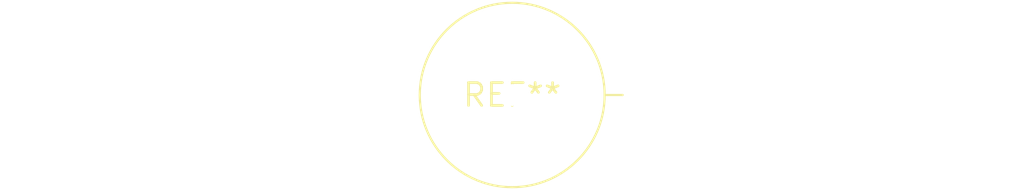
<source format=kicad_pcb>
(kicad_pcb (version 20240108) (generator pcbnew)
  (layers (0 "F.Cu" signal) (31 "B.Cu" signal) (34 "B.Paste" user) (35 "F.Paste" user) (36 "B.SilkS" user "B.Silkscreen") (37 "F.SilkS" user "F.Silkscreen") (38 "B.Mask" user) (39 "F.Mask" user) (44 "Edge.Cuts" user))
  (net 0 "")
  (footprint "L_Axial_L26.0mm_D10.0mm_P7.62mm_Vertical_Fastron_77A" (layer "F.Cu") (at 0 0)
    (property "Reference" "REF**")
    (property "Value" "L_Axial_L26.0mm_D10.0mm_P7.62mm_Vertical_Fastron_77A")
    (fp_line (start 5.12 0) (end 6.12 0) (layer "F.SilkS") (stroke (width 0.12)))
    (fp_circle (center 0 0) (end 5.12 0) (layer "F.SilkS") (stroke (width 0.12)) (fill none))
    (pad "1" thru_hole circle (at 0 0) (size 2.4 2.4) (drill 1.2) (layers *.Cu *.Mask) (remove_unused_layers))
    (pad "2" thru_hole oval (at 7.62 0) (size 2.4 2.4) (drill 1.2) (layers *.Cu *.Mask) (remove_unused_layers))
  )
)
</source>
